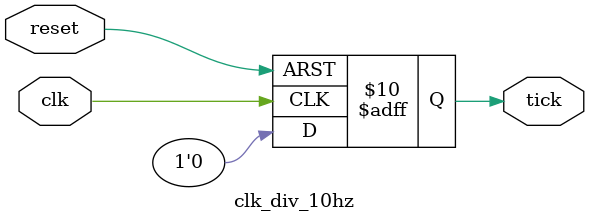
<source format=v>


module top_counter_up_down (
    input clk,
    input reset,
    input mode,
    output [3:0] fndcom,
    output [7:0] fndFont
);

    wire [13:0] fndData;

    counter_up_down U_Counter (
        .clk(clk),
        .reset(reset),
        .mode(mode),
        .count(fndData)
    );

    fndController U_fndController (
        .clk(clk),
        .reset(reset),
        .fndData(fndData),
        .fndCom(fndcom),
        .fndFont(fndFont)
    );

endmodule

module counter_up_down (
    input clk,
    input reset,
    input mode,
    output [13:0] count
);

    wire tick;

    clk_div_10hz U_CLK_DIV_10HZ (
        .clk(clk),
        .reset(reset),
        .tick(tick)
    );

    U_Counter_Up_Down U_Counter_Up_Down (
        .clk(clk),
        .reset(reset),
        .tick(tick),
        .mode(mode),
        .count(count)
    );

endmodule

module U_Counter_Up_Down (
    input clk,
    input reset,
    input tick,
    input mode,
    output [13:0] count
);

    reg [13:0] count_reg;
    wire [$clog2(10000) - 1 :0] counter;

    assign count = count_reg;
    assign counter = count_reg;

    always @(posedge clk, posedge reset) begin
        if (reset) begin
            count_reg <= 0;
        end else begin
            if (mode == 1'b0) begin
                if (tick) begin
                    if (count_reg == 9999) begin
                        count_reg <= 0;
                    end else begin
                        count_reg <= count_reg + 1;
                    end
                end
            end else begin
                if (tick) begin
                    if (count_reg == 0) begin
                        count_reg <= 9999;
                    end else begin
                        count_reg <= count_reg - 1;
                    end
                end
            end
        end
    end
endmodule

module clk_div_10hz (
    input clk,
    input reset,
    output reg tick
);

    reg [$clog2(10_000_000) -1 :0] div_counter;

    always @(posedge clk, posedge reset) begin
        if (reset) begin
            div_counter <= 0;
            tick <= 1'b0;
        end else begin
            if (div_counter == 100_000_000 - 1) begin // 100MHz
                div_counter <= 0;
                tick <= 1'b1;
            end else begin
                div_counter <= div_counter + 1;
                tick <= 1'b0;
            end
        end
    end
endmodule

</source>
